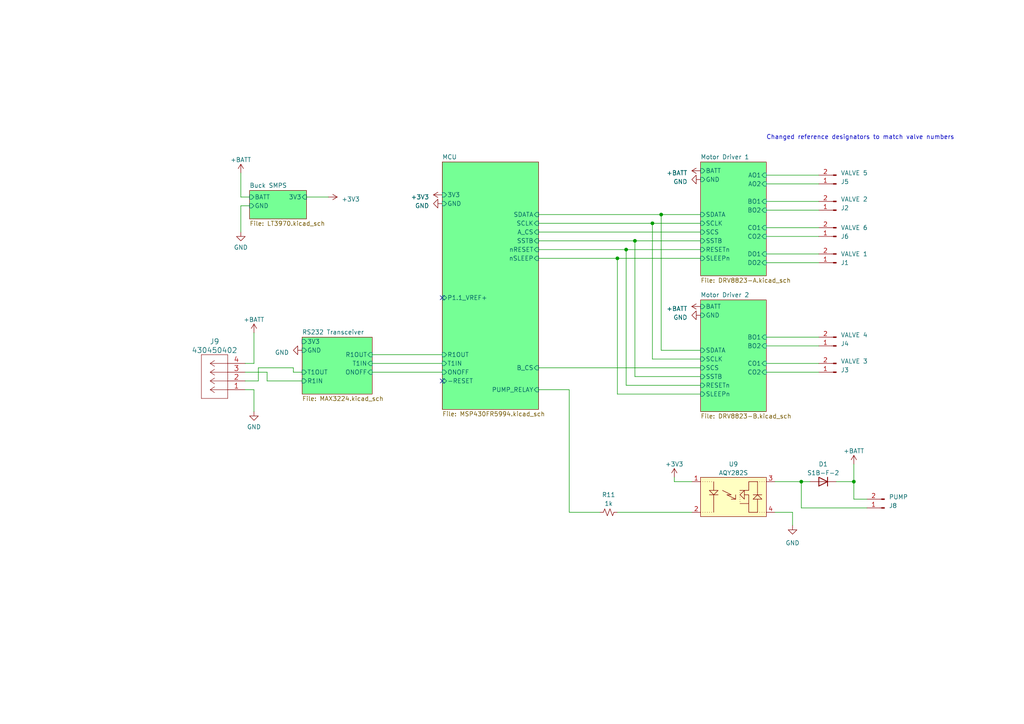
<source format=kicad_sch>
(kicad_sch (version 20230121) (generator eeschema)
  (paper "A4")
  (lib_symbols
    (symbol "Connector:Conn_01x02_Pin" (pin_names (offset 1.016) hide)
      (property "Reference" "J" (at 0 2.54 0))
      (property "Value" "Conn_01x02_Pin" (at 0 -5.08 0))
      (symbol "Conn_01x02_Pin_1_1"
        (polyline (pts (xy 1.27 -2.54) (xy 0.8636 -2.54)) (stroke (width 0.1524)))
        (polyline (pts (xy 1.27 0) (xy 0.8636 0)) (stroke (width 0.1524)))
        (rectangle (start 0.8636 -2.413) (end 0 -2.667) (stroke (width 0.1524)) (fill (type outline)))
        (rectangle (start 0.8636 0.127) (end 0 -0.127) (stroke (width 0.1524)) (fill (type outline)))
        (pin passive line (at 5.08 0 180) (length 3.81) (name "Pin_1") (number "1"))
        (pin passive line (at 5.08 -2.54 180) (length 3.81) (name "Pin_2") (number "2"))
      )
    )
    (symbol "Device:D" (pin_numbers hide) (pin_names (offset 1.016) hide)
      (property "Reference" "D" (at 0 2.54 0))
      (property "Value" "D" (at 0 -2.54 0))
      (symbol "D_0_1"
        (polyline (pts (xy -1.27 1.27) (xy -1.27 -1.27)) (stroke (width 0.254)))
        (polyline (pts (xy 1.27 0) (xy -1.27 0)))
        (polyline (pts (xy 1.27 1.27) (xy 1.27 -1.27) (xy -1.27 0) (xy 1.27 1.27)) (stroke (width 0.254)))
      )
      (symbol "D_1_1"
        (pin passive line (at -3.81 0 0) (length 2.54) (name "K") (number "1"))
        (pin passive line (at 3.81 0 180) (length 2.54) (name "A") (number "2"))
      )
    )
    (symbol "Device:R_Small_US" (pin_numbers hide) (pin_names (offset 0.254) hide)
      (property "Reference" "R" (at 0.762 0.508 0))
      (property "Value" "R_Small_US" (at 0.762 -1.016 0))
      (symbol "R_Small_US_1_1"
        (polyline (pts (xy 0 0) (xy 1.016 -0.381) (xy 0 -0.762) (xy -1.016 -1.143) (xy 0 -1.524)))
        (polyline (pts (xy 0 1.524) (xy 1.016 1.143) (xy 0 0.762) (xy -1.016 0.381) (xy 0 0)))
        (pin passive line (at 0 2.54 270) (length 1.016) (name "~") (number "1"))
        (pin passive line (at 0 -2.54 90) (length 1.016) (name "~") (number "2"))
      )
    )
    (symbol "asvco2-board:430450402" (pin_names (offset 0.254) hide)
      (property "Reference" "J" (at 8.89 6.35 0))
      (property "Value" "430450402" (at 10.16 -5.08 0))
      (symbol "430450402_1_1"
        (polyline (pts (xy 5.08 -10.16) (xy 12.7 -10.16)) (stroke (width 0.127)))
        (polyline (pts (xy 5.08 2.54) (xy 5.08 -10.16)) (stroke (width 0.127)))
        (polyline (pts (xy 10.16 -7.62) (xy 5.08 -7.62)) (stroke (width 0.127)))
        (polyline (pts (xy 10.16 -7.62) (xy 8.89 -8.4582)) (stroke (width 0.127)))
        (polyline (pts (xy 10.16 -7.62) (xy 8.89 -6.7818)) (stroke (width 0.127)))
        (polyline (pts (xy 10.16 -5.08) (xy 5.08 -5.08)) (stroke (width 0.127)))
        (polyline (pts (xy 10.16 -5.08) (xy 8.89 -5.9182)) (stroke (width 0.127)))
        (polyline (pts (xy 10.16 -5.08) (xy 8.89 -4.2418)) (stroke (width 0.127)))
        (polyline (pts (xy 10.16 -2.54) (xy 5.08 -2.54)) (stroke (width 0.127)))
        (polyline (pts (xy 10.16 -2.54) (xy 8.89 -3.3782)) (stroke (width 0.127)))
        (polyline (pts (xy 10.16 -2.54) (xy 8.89 -1.7018)) (stroke (width 0.127)))
        (polyline (pts (xy 10.16 0) (xy 5.08 0)) (stroke (width 0.127)))
        (polyline (pts (xy 10.16 0) (xy 8.89 -0.8382)) (stroke (width 0.127)))
        (polyline (pts (xy 10.16 0) (xy 8.89 0.8382)) (stroke (width 0.127)))
        (polyline (pts (xy 12.7 -10.16) (xy 12.7 2.54)) (stroke (width 0.127)))
        (polyline (pts (xy 12.7 2.54) (xy 5.08 2.54)) (stroke (width 0.127)))
        (pin passive line (at 0 0 0) (length 5.08) (name "1") (number "1"))
        (pin passive line (at 0 -2.54 0) (length 5.08) (name "2") (number "2"))
        (pin passive line (at 0 -5.08 0) (length 5.08) (name "3") (number "3"))
        (pin passive line (at 0 -7.62 0) (length 5.08) (name "4") (number "4"))
      )
    )
    (symbol "asvco2-board:AQY282S"
      (property "Reference" "U" (at 3.81 5.08 0))
      (property "Value" "AQY282S" (at 7.62 2.54 0))
      (symbol "AQY282S_0_1"
        (polyline (pts (xy 5.08 -3.81) (xy 7.62 -3.81)))
        (polyline (pts (xy 6.35 -3.81) (xy 6.35 -8.89)))
        (polyline (pts (xy 6.35 -1.27) (xy 6.35 -2.54)))
        (polyline (pts (xy 6.35 -1.27) (xy 6.35 0)))
        (polyline (pts (xy 5.08 -2.54) (xy 7.62 -2.54) (xy 6.35 -3.81) (xy 5.08 -2.54)))
      )
      (symbol "AQY282S_1_1"
        (polyline (pts (xy 2.54 -8.89) (xy 6.35 -8.89)) (stroke (width 0) (type dot)))
        (polyline (pts (xy 2.54 0) (xy 6.35 0)) (stroke (width 0) (type dot)))
        (polyline (pts (xy 12.7 -5.08) (xy 11.43 -5.08)))
        (polyline (pts (xy 12.7 -5.08) (xy 12.7 -3.81)))
        (polyline (pts (xy 13.97 -2.54) (xy 13.97 -6.35)) (stroke (width 0) (type dot)))
        (polyline (pts (xy 17.78 -5.08) (xy 19.05 -5.08)))
        (polyline (pts (xy 17.78 -3.81) (xy 20.32 -3.81)))
        (polyline (pts (xy 19.05 -8.89) (xy 21.59 -8.89)) (stroke (width 0) (type dot)))
        (polyline (pts (xy 19.05 -3.81) (xy 19.05 0)))
        (polyline (pts (xy 19.05 0) (xy 21.59 0)) (stroke (width 0) (type dot)))
        (polyline (pts (xy 16.51 -6.35) (xy 16.51 -8.89) (xy 19.05 -8.89)))
        (polyline (pts (xy 8.89 -2.54) (xy 11.43 -3.81) (xy 10.16 -3.81) (xy 12.7 -5.08)))
        (polyline (pts (xy 13.97 -6.35) (xy 16.51 -6.35) (xy 16.51 -3.81) (xy 15.24 -3.81)))
        (polyline (pts (xy 13.97 -3.81) (xy 15.24 -5.08) (xy 15.24 -2.54) (xy 13.97 -3.81)))
        (polyline (pts (xy 13.97 -2.54) (xy 16.51 -2.54) (xy 16.51 0) (xy 19.05 0)))
        (polyline (pts (xy 19.05 -8.89) (xy 19.05 -5.08) (xy 20.32 -5.08) (xy 19.05 -3.81) (xy 17.78 -5.08)))
        (rectangle (start 2.54 1.27) (end 21.59 -10.16) (fill (type background)))
        (pin unspecified line (at 0 0 0) (length 2.54) (name "") (number "1"))
        (pin unspecified line (at 0 -8.89 0) (length 2.54) (name "") (number "2"))
        (pin unspecified line (at 24.13 0 180) (length 2.54) (name "") (number "3"))
        (pin unspecified line (at 24.13 -8.89 180) (length 2.54) (name "") (number "4"))
      )
    )
    (symbol "power:+3V3" (power) (pin_names (offset 0))
      (property "Value" "+3V3" (at 0 3.556 0))
      (symbol "+3V3_0_1"
        (polyline (pts (xy -0.762 1.27) (xy 0 2.54)))
        (polyline (pts (xy 0 0) (xy 0 2.54)))
        (polyline (pts (xy 0 2.54) (xy 0.762 1.27)))
      )
      (symbol "+3V3_1_1"
        (pin power_in line (at 0 0 90) (length 0) hide (name "+3V3") (number "1"))
      )
    )
    (symbol "power:+BATT" (power) (pin_names (offset 0))
      (property "Value" "+BATT" (at 0 3.556 0))
      (symbol "+BATT_0_1"
        (polyline (pts (xy -0.762 1.27) (xy 0 2.54)))
        (polyline (pts (xy 0 0) (xy 0 2.54)))
        (polyline (pts (xy 0 2.54) (xy 0.762 1.27)))
      )
      (symbol "+BATT_1_1"
        (pin power_in line (at 0 0 90) (length 0) hide (name "+BATT") (number "1"))
      )
    )
    (symbol "power:GND" (power) (pin_names (offset 0))
      (property "Value" "GND" (at 0 -3.81 0))
      (symbol "GND_0_1"
        (polyline (pts (xy 0 0) (xy 0 -1.27) (xy 1.27 -1.27) (xy 0 -2.54) (xy -1.27 -1.27) (xy 0 -1.27)))
      )
      (symbol "GND_1_1"
        (pin power_in line (at 0 0 270) (length 0) hide (name "GND") (number "1"))
      )
    )
  )
  (junction (at 179.07 74.93))
  (junction (at 181.61 72.39))
  (junction (at 184.15 69.85))
  (junction (at 191.77 62.23))
  (junction (at 247.65 139.7))
  (junction (at 232.41 139.7))
  (junction (at 189.23 64.77))
  (no_connect (at 128.27 86.36))
  (no_connect (at 128.27 110.49))
  (wire (pts (xy 232.41 139.7) (xy 234.95 139.7)))
  (wire (pts (xy 156.21 64.77) (xy 189.23 64.77)))
  (wire (pts (xy 247.65 134.62) (xy 247.65 139.7)))
  (wire (pts (xy 195.58 138.43) (xy 195.58 139.7)))
  (wire (pts (xy 179.07 148.59) (xy 200.66 148.59)))
  (wire (pts (xy 251.46 147.32) (xy 232.41 147.32)))
  (wire (pts (xy 191.77 62.23) (xy 203.2 62.23)))
  (wire (pts (xy 173.99 148.59) (xy 165.1 148.59)))
  (wire (pts (xy 156.21 106.68) (xy 203.2 106.68)))
  (wire (pts (xy 222.25 66.04) (xy 237.49 66.04)))
  (wire (pts (xy 74.93 110.49) (xy 71.12 110.49)))
  (wire (pts (xy 71.12 107.95) (xy 77.47 107.95)))
  (wire (pts (xy 184.15 69.85) (xy 203.2 69.85)))
  (wire (pts (xy 222.25 97.79) (xy 237.49 97.79)))
  (wire (pts (xy 88.9 57.15) (xy 95.25 57.15)))
  (wire (pts (xy 107.95 107.95) (xy 128.27 107.95)))
  (wire (pts (xy 195.58 139.7) (xy 200.66 139.7)))
  (wire (pts (xy 189.23 64.77) (xy 189.23 104.14)))
  (wire (pts (xy 222.25 53.34) (xy 237.49 53.34)))
  (wire (pts (xy 156.21 62.23) (xy 191.77 62.23)))
  (wire (pts (xy 156.21 72.39) (xy 181.61 72.39)))
  (wire (pts (xy 222.25 58.42) (xy 237.49 58.42)))
  (wire (pts (xy 156.21 113.03) (xy 165.1 113.03)))
  (wire (pts (xy 85.09 107.95) (xy 87.63 107.95)))
  (wire (pts (xy 69.85 57.15) (xy 72.39 57.15)))
  (wire (pts (xy 165.1 113.03) (xy 165.1 148.59)))
  (wire (pts (xy 181.61 72.39) (xy 203.2 72.39)))
  (wire (pts (xy 69.85 50.165) (xy 69.85 57.15)))
  (wire (pts (xy 222.25 105.41) (xy 237.49 105.41)))
  (wire (pts (xy 179.07 74.93) (xy 203.2 74.93)))
  (wire (pts (xy 73.66 113.03) (xy 73.66 119.38)))
  (wire (pts (xy 222.25 100.33) (xy 237.49 100.33)))
  (wire (pts (xy 229.87 148.59) (xy 229.87 152.4)))
  (wire (pts (xy 69.85 59.69) (xy 69.85 67.31)))
  (wire (pts (xy 242.57 139.7) (xy 247.65 139.7)))
  (wire (pts (xy 222.25 73.66) (xy 237.49 73.66)))
  (wire (pts (xy 184.15 109.22) (xy 203.2 109.22)))
  (wire (pts (xy 73.66 96.52) (xy 73.66 105.41)))
  (wire (pts (xy 222.25 60.96) (xy 237.49 60.96)))
  (wire (pts (xy 224.79 148.59) (xy 229.87 148.59)))
  (wire (pts (xy 74.93 110.49) (xy 74.93 106.68)))
  (wire (pts (xy 87.63 110.49) (xy 77.47 110.49)))
  (wire (pts (xy 179.07 74.93) (xy 179.07 114.3)))
  (wire (pts (xy 156.21 74.93) (xy 179.07 74.93)))
  (wire (pts (xy 189.23 104.14) (xy 203.2 104.14)))
  (wire (pts (xy 251.46 144.78) (xy 247.65 144.78)))
  (wire (pts (xy 247.65 144.78) (xy 247.65 139.7)))
  (wire (pts (xy 71.12 113.03) (xy 73.66 113.03)))
  (wire (pts (xy 85.09 106.68) (xy 85.09 107.95)))
  (wire (pts (xy 181.61 111.76) (xy 203.2 111.76)))
  (wire (pts (xy 73.66 105.41) (xy 71.12 105.41)))
  (wire (pts (xy 224.79 139.7) (xy 232.41 139.7)))
  (wire (pts (xy 69.85 59.69) (xy 72.39 59.69)))
  (wire (pts (xy 222.25 68.58) (xy 237.49 68.58)))
  (wire (pts (xy 191.77 62.23) (xy 191.77 101.6)))
  (wire (pts (xy 107.95 105.41) (xy 128.27 105.41)))
  (wire (pts (xy 222.25 107.95) (xy 237.49 107.95)))
  (wire (pts (xy 184.15 69.85) (xy 184.15 109.22)))
  (wire (pts (xy 232.41 147.32) (xy 232.41 139.7)))
  (wire (pts (xy 179.07 114.3) (xy 203.2 114.3)))
  (wire (pts (xy 191.77 101.6) (xy 203.2 101.6)))
  (wire (pts (xy 181.61 72.39) (xy 181.61 111.76)))
  (wire (pts (xy 222.25 76.2) (xy 237.49 76.2)))
  (wire (pts (xy 74.93 106.68) (xy 85.09 106.68)))
  (wire (pts (xy 156.21 67.31) (xy 203.2 67.31)))
  (wire (pts (xy 107.95 102.87) (xy 128.27 102.87)))
  (wire (pts (xy 222.25 50.8) (xy 237.49 50.8)))
  (wire (pts (xy 77.47 110.49) (xy 77.47 107.95)))
  (wire (pts (xy 189.23 64.77) (xy 203.2 64.77)))
  (wire (pts (xy 156.21 69.85) (xy 184.15 69.85)))
  (text "Changed reference designators to match valve numbers" (at 222.25 40.64 0) (effects (font (size 1.27 1.27)) (justify left bottom)))
  (symbol (lib_id "Connector:Conn_01x02_Pin") (at 242.57 68.58 180) (unit 1)
    (property "Reference" "J6" (at 243.84 68.58 0) (effects (justify right)))
    (property "Value" "VALVE 6" (at 243.84 66.04 0) (effects (justify right)))
    (property "Footprint" "Connector_PinHeader_2.54mm:PinHeader_1x02_P2.54mm_Vertical" (effects hide))
    (property "MPN" "SLW-102-01-F-S" (effects hide))
  )
  (symbol (lib_id "Connector:Conn_01x02_Pin") (at 242.57 53.34 180) (unit 1)
    (property "Reference" "J5" (at 243.84 52.705 0) (effects (justify right)))
    (property "Value" "VALVE 5" (at 243.84 50.165 0) (effects (justify right)))
    (property "Footprint" "Connector_PinHeader_2.54mm:PinHeader_1x02_P2.54mm_Vertical" (effects hide))
    (property "MPN" "SSW-102-01-F-S" (effects hide))
  )
  (symbol (lib_id "asvco2-board:AQY282S") (at 200.66 139.7 0) (unit 1)
    (property "Reference" "U9" (at 212.725 134.62 0))
    (property "Value" "AQY282S" (at 212.725 137.16 0))
    (property "Footprint" "asvco2-board:AQY282S" (effects hide))
    (property "MPN" "AQY282S" (effects hide))
  )
  (symbol (lib_id "power:GND") (at 203.2 91.44 270) (unit 1)
    (property "Reference" "#PWR053" (effects hide))
    (property "Value" "GND" (at 199.39 92.075 90) (effects (justify right)))
  )
  (symbol (lib_id "power:+3V3") (at 128.27 56.515 90) (unit 1)
    (property "Reference" "#PWR022" (effects hide))
    (property "Value" "+3V3" (at 124.46 57.15 90) (effects (justify left)))
  )
  (symbol (lib_id "Connector:Conn_01x02_Pin") (at 242.57 76.2 180) (unit 1)
    (property "Reference" "J1" (at 243.84 76.2 0) (effects (justify right)))
    (property "Value" "VALVE 1" (at 243.84 73.66 0) (effects (justify right)))
    (property "Footprint" "Connector_PinHeader_2.54mm:PinHeader_1x02_P2.54mm_Vertical" (effects hide))
    (property "MPN" "SSW-102-01-F-S" (effects hide))
  )
  (symbol (lib_id "power:+BATT") (at 203.2 88.9 90) (unit 1)
    (property "Reference" "#PWR052" (effects hide))
    (property "Value" "+BATT" (at 199.39 89.535 90) (effects (justify left)))
  )
  (symbol (lib_id "power:+BATT") (at 73.66 96.52 0) (unit 1)
    (property "Reference" "#PWR060" (effects hide))
    (property "Value" "+BATT" (at 73.66 92.71 0))
  )
  (symbol (lib_id "power:+BATT") (at 203.2 49.53 90) (unit 1)
    (property "Reference" "#PWR046" (effects hide))
    (property "Value" "+BATT" (at 199.39 50.165 90) (effects (justify left)))
  )
  (symbol (lib_id "Connector:Conn_01x02_Pin") (at 256.54 147.32 180) (unit 1)
    (property "Reference" "J8" (at 257.81 146.685 0) (effects (justify right)))
    (property "Value" "PUMP" (at 257.81 144.145 0) (effects (justify right)))
    (property "Footprint" "asvco2-board:430450202" (effects hide))
    (property "MPN" "430450202" (effects hide))
  )
  (symbol (lib_id "asvco2-board:430450402") (at 71.12 113.03 180) (unit 1)
    (property "Reference" "J9" (at 62.23 99.06 0) (effects (font (size 1.524 1.524))))
    (property "Value" "430450402" (at 62.23 101.6 0) (effects (font (size 1.524 1.524))))
    (property "Footprint" "asvco2-board:430450402" (effects hide))
    (property "MPN" "430450402" (effects hide))
  )
  (symbol (lib_id "power:+3V3") (at 195.58 138.43 0) (unit 1)
    (property "Reference" "#PWR063" (effects hide))
    (property "Value" "+3V3" (at 195.58 134.62 0))
  )
  (symbol (lib_id "power:+BATT") (at 69.85 50.165 0) (unit 1)
    (property "Reference" "#PWR027" (effects hide))
    (property "Value" "+BATT" (at 69.85 46.355 0))
  )
  (symbol (lib_id "power:GND") (at 128.27 59.055 270) (unit 1)
    (property "Reference" "#PWR023" (effects hide))
    (property "Value" "GND" (at 124.46 59.69 90) (effects (justify right)))
  )
  (symbol (lib_id "power:+BATT") (at 247.65 134.62 0) (unit 1)
    (property "Reference" "#PWR065" (effects hide))
    (property "Value" "+BATT" (at 247.65 130.81 0))
  )
  (symbol (lib_id "Device:R_Small_US") (at 176.53 148.59 90) (unit 1)
    (property "Reference" "R11" (at 176.53 143.51 90))
    (property "Value" "1k" (at 176.53 146.05 90))
    (property "Footprint" "Resistor_SMD:R_0603_1608Metric_Pad0.98x0.95mm_HandSolder" (effects hide))
    (property "MPN" "RT0603BRD071KL" (effects hide))
  )
  (symbol (lib_id "power:GND") (at 229.87 152.4 0) (unit 1)
    (property "Reference" "#PWR064" (effects hide))
    (property "Value" "GND" (at 229.87 157.48 0))
  )
  (symbol (lib_id "power:GND") (at 73.66 119.38 0) (unit 1)
    (property "Reference" "#PWR061" (effects hide))
    (property "Value" "GND" (at 73.66 123.825 0))
  )
  (symbol (lib_id "Connector:Conn_01x02_Pin") (at 242.57 107.95 180) (unit 1)
    (property "Reference" "J3" (at 243.84 107.315 0) (effects (justify right)))
    (property "Value" "VALVE 3" (at 243.84 104.775 0) (effects (justify right)))
    (property "Footprint" "Connector_PinHeader_2.54mm:PinHeader_1x02_P2.54mm_Vertical" (effects hide))
    (property "MPN" "SSW-102-01-F-S" (effects hide))
  )
  (symbol (lib_id "Connector:Conn_01x02_Pin") (at 242.57 60.96 180) (unit 1)
    (property "Reference" "J2" (at 243.84 60.325 0) (effects (justify right)))
    (property "Value" "VALVE 2" (at 243.84 57.785 0) (effects (justify right)))
    (property "Footprint" "Connector_PinHeader_2.54mm:PinHeader_1x02_P2.54mm_Vertical" (effects hide))
    (property "MPN" "SLW-102-01-F-S" (effects hide))
  )
  (symbol (lib_id "power:+3V3") (at 95.25 57.15 270) (unit 1)
    (property "Reference" "#PWR029" (effects hide))
    (property "Value" "+3V3" (at 99.06 57.785 90) (effects (justify left)))
  )
  (symbol (lib_id "Device:D") (at 238.76 139.7 180) (unit 1)
    (property "Reference" "D1" (at 238.76 134.62 0))
    (property "Value" "S1B-F-2" (at 238.76 137.16 0))
    (property "Footprint" "Diode_SMD:D_SMA_Handsoldering" (effects hide))
    (property "Sim.Device" "D" (effects hide))
    (property "Sim.Pins" "1=K 2=A" (effects hide))
    (property "MPN" "S1B-13-F" (effects hide))
  )
  (symbol (lib_id "power:GND") (at 69.85 67.31 0) (unit 1)
    (property "Reference" "#PWR028" (effects hide))
    (property "Value" "GND" (at 69.85 71.755 0))
  )
  (symbol (lib_id "Connector:Conn_01x02_Pin") (at 242.57 100.33 180) (unit 1)
    (property "Reference" "J4" (at 243.84 99.695 0) (effects (justify right)))
    (property "Value" "VALVE 4" (at 243.84 97.155 0) (effects (justify right)))
    (property "Footprint" "Connector_PinHeader_2.54mm:PinHeader_1x02_P2.54mm_Vertical" (effects hide))
    (property "MPN" "SLW-102-01-F-S" (effects hide))
  )
  (symbol (lib_id "power:GND") (at 203.2 52.07 270) (unit 1)
    (property "Reference" "#PWR049" (effects hide))
    (property "Value" "GND" (at 199.39 52.705 90) (effects (justify right)))
  )
  (symbol (lib_id "power:GND") (at 87.63 101.6 270) (unit 1)
    (property "Reference" "#PWR062" (effects hide))
    (property "Value" "GND" (at 83.82 102.235 90) (effects (justify right)))
  )
  (sheet (at 87.63 97.79) (size 20.32 16.51) (stroke (width 0.1524)) (fill (color 117 255 149 1.0000))
    (property "Sheetname" "RS232 Transceiver" (at 87.63 97.0784 0) (effects (justify left bottom)))
    (property "Sheetfile" "MAX3224.kicad_sch" (at 87.63 114.8846 0) (effects (justify left top)))
    (pin "ONOFF" input (at 107.95 107.95 0))
    (pin "T1IN" input (at 107.95 105.41 0))
    (pin "R1OUT" input (at 107.95 102.87 0))
    (pin "GND" input (at 87.63 101.6 180))
    (pin "R1IN" input (at 87.63 110.49 180))
    (pin "T1OUT" input (at 87.63 107.95 180))
    (pin "3V3" input (at 87.63 99.06 180))
  )
  (sheet (at 72.39 55.245) (size 16.51 8.255) (stroke (width 0.1524)) (fill (color 117 255 149 1.0000))
    (property "Sheetname" "Buck SMPS" (at 72.39 54.5334 0) (effects (justify left bottom)))
    (property "Sheetfile" "LT3970.kicad_sch" (at 72.39 64.0846 0) (effects (justify left top)))
    (pin "3V3" input (at 88.9 57.15 0))
    (pin "BATT" input (at 72.39 57.15 180))
    (pin "GND" input (at 72.39 59.69 180))
  )
  (sheet (at 128.27 46.99) (size 27.94 71.755) (stroke (width 0.1524)) (fill (color 117 255 149 1.0000))
    (property "Sheetname" "MCU" (at 128.27 46.2784 0) (effects (justify left bottom)))
    (property "Sheetfile" "MSP430FR5994.kicad_sch" (at 128.27 119.3296 0) (effects (justify left top)))
    (pin "SDATA" input (at 156.21 62.23 0))
    (pin "P1.1_VREF+" input (at 128.27 86.36 180))
    (pin "PUMP_RELAY" input (at 156.21 113.03 0))
    (pin "nSLEEP" input (at 156.21 74.93 0))
    (pin "nRESET" input (at 156.21 72.39 0))
    (pin "SSTB" input (at 156.21 69.85 0))
    (pin "A_CS" input (at 156.21 67.31 0))
    (pin "B_CS" input (at 156.21 106.68 0))
    (pin "SCLK" input (at 156.21 64.77 0))
    (pin "R1OUT" input (at 128.27 102.87 180))
    (pin "T1IN" input (at 128.27 105.41 180))
    (pin "ONOFF" input (at 128.27 107.95 180))
    (pin "-RESET" input (at 128.27 110.49 180))
    (pin "3V3" input (at 128.27 56.515 180))
    (pin "GND" input (at 128.27 59.055 180))
  )
  (sheet (at 203.2 46.99) (size 19.05 33.02) (stroke (width 0.1524)) (fill (color 117 255 149 1.0000))
    (property "Sheetname" "Motor Driver 1" (at 203.2 46.2784 0) (effects (justify left bottom)))
    (property "Sheetfile" "DRV8823-A.kicad_sch" (at 203.2 80.5946 0) (effects (justify left top)))
    (pin "BO1" input (at 222.25 58.42 0))
    (pin "BO2" input (at 222.25 60.96 0))
    (pin "CO1" input (at 222.25 66.04 0))
    (pin "CO2" input (at 222.25 68.58 0))
    (pin "DO1" input (at 222.25 73.66 0))
    (pin "DO2" input (at 222.25 76.2 0))
    (pin "BATT" input (at 203.2 49.53 180))
    (pin "GND" input (at 203.2 52.07 180))
    (pin "SDATA" input (at 203.2 62.23 180))
    (pin "SCLK" input (at 203.2 64.77 180))
    (pin "SCS" input (at 203.2 67.31 180))
    (pin "SSTB" input (at 203.2 69.85 180))
    (pin "RESETn" input (at 203.2 72.39 180))
    (pin "SLEEPn" input (at 203.2 74.93 180))
    (pin "AO1" input (at 222.25 50.8 0))
    (pin "AO2" input (at 222.25 53.34 0))
  )
  (sheet (at 203.2 86.995) (size 19.05 32.385) (stroke (width 0.1524)) (fill (color 117 255 149 1.0000))
    (property "Sheetname" "Motor Driver 2" (at 203.2 86.2834 0) (effects (justify left bottom)))
    (property "Sheetfile" "DRV8823-B.kicad_sch" (at 203.2 119.9646 0) (effects (justify left top)))
    (pin "RESETn" input (at 203.2 111.76 180))
    (pin "SDATA" input (at 203.2 101.6 180))
    (pin "SCLK" input (at 203.2 104.14 180))
    (pin "SCS" input (at 203.2 106.68 180))
    (pin "SSTB" input (at 203.2 109.22 180))
    (pin "SLEEPn" input (at 203.2 114.3 180))
    (pin "BATT" input (at 203.2 88.9 180))
    (pin "GND" input (at 203.2 91.44 180))
    (pin "CO2" input (at 222.25 107.95 0))
    (pin "BO2" input (at 222.25 100.33 0))
    (pin "BO1" input (at 222.25 97.79 0))
    (pin "CO1" input (at 222.25 105.41 0))
  )
)
</source>
